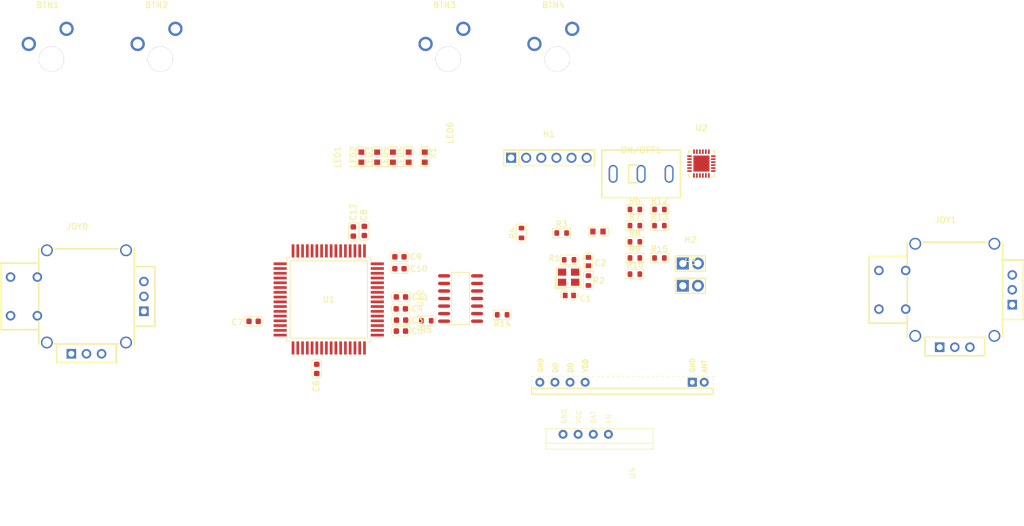
<source format=kicad_pcb>
(kicad_pcb (version 20241229) (generator "pcbnew") (generator_version "9.0")
  (layers (0 "F.Cu" signal) (4 "In1.Cu" signal) (6 "In2.Cu" signal) (2 "B.Cu" signal) (13 "F.Paste" user) (15 "B.Paste" user) (5 "F.SilkS" user "F.Silkscreen") (7 "B.SilkS" user "B.Silkscreen") (1 "F.Mask" user) (3 "B.Mask" user) (25 "Edge.Cuts" user))
  (net 0 "")
  (net 1 "GND")
  (net 2 "/EXTAL")
  (net 3 "Net-(C2-Pad1)")
  (net 5 "/BTN_0")
  (net 6 "/BTN_2")
  (net 7 "+3.3V")
  (net 9 "/BTN_3")
  (net 12 "/BTN_1")
  (net 13 "/JOY0_BTN")
  (net 16 "/JOY1_BTN")
  (net 18 "/XTAL")
  (net 23 "/ADC_JOY0_MT")
  (net 30 "/ADC_JOY1_MT")
  (net 36 "/ADC_JOY1_MD")
  (net 38 "/ADC_JOY0_MD")
  (net 39 "/SWD_DIO")
  (net 41 "/I2C1_SCL")
  (net 43 "/RESET_b")
  (net 44 "/SWD_CLK")
  (net 47 "/ENABLE")
  (net 56 "/I2C1_SDA")
  (net 60 "Net-(LED1-+)")
  (net 62 "Net-(LED2-+)")
  (net 65 "Net-(LED3-+)")
  (net 67 "Net-(LED4-+)")
  (net 68 "Net-(LED5-+)")
  (net 69 "Net-(LED6-+)")
  (net 71 "/ANT")
  (net 73 "VCC")
  (net 74 "Net-(U10-6Y)")
  (net 75 "Net-(U10-5Y)")
  (net 76 "Net-(U10-4Y)")
  (net 77 "Net-(U10-3Y)")
  (net 78 "Net-(U10-2Y)")
  (net 79 "Net-(U10-1Y)")
  (net 80 "/LD4")
  (net 81 "/LD2")
  (net 82 "/LD5")
  (net 83 "/LD3")
  (net 84 "/GYRO_SDA")
  (net 85 "/LD6")
  (net 86 "/GYRO_SCL")
  (net 87 "/LD1")
  (net 108 "/RF_OUT")
  (net 109 "/RF_IN")
  (footprint "PCM_Capacitor_SMD_AKL:C_0603_1608Metric" (layer "F.Cu") (at 149 73.25)
    (property "Reference" "C10" (at 3.25 0 0) (layer "F.SilkS"))
    (property "Value" "C_0603" (hide yes))
    (pad "1" smd roundrect (at -0.775 0) (size 0.9 0.95) (layers "F.Cu" "F.Mask" "F.Paste") (net 36 "/ADC_JOY1_MD"))
    (pad "2" smd roundrect (at 0.775 0) (size 0.9 0.95) (layers "F.Cu" "F.Mask" "F.Paste") (net 1 "GND"))
  )
  (footprint "PCM_Capacitor_SMD_AKL:C_0603_1608Metric" (layer "F.Cu") (at 149.275 81.9)
    (property "Reference" "C3" (at 2.725 0 0) (layer "F.SilkS"))
    (property "Value" "C_0603" (hide yes))
    (pad "1" smd roundrect (at -0.775 0) (size 0.9 0.95) (layers "F.Cu" "F.Mask" "F.Paste") (net 6 "/BTN_2"))
    (pad "2" smd roundrect (at 0.775 0) (size 0.9 0.95) (layers "F.Cu" "F.Mask" "F.Paste") (net 1 "GND"))
  )
  (footprint "EasyEDA:SW-TH_CPG151101D9X" (layer "F.Cu") (at 156.56 34.185)
    (property "Reference" "BTN3" (at 0 -5.27 0) (layer "F.SilkS"))
    (property "Value" "CPG151101D01")
    (pad "" thru_hole circle (at 0.63 3.81) (size 4.2 4.2) (drill 4.2) (layers "*.Cu" "*.Mask"))
    (pad "1" thru_hole circle (at -3.17 1.27) (size 2.4 2.4) (drill 1.599997) (layers "*.Cu" "*.Mask") (net 9 "/BTN_3"))
    (pad "2" thru_hole circle (at 3.17 -1.27) (size 2.4 2.4) (drill 1.599997) (layers "*.Cu" "*.Mask") (net 1 "GND"))
  )
  (footprint "EasyEDA:JOYTICK-TH_YF16S-FL7.2-B5KB-45-10-Y_1" (layer "F.Cu") (at 94.865 78.86)
    (property "Reference" "JOY0" (at 0 -12.7 0) (layer "F.SilkS"))
    (property "Value" "YF16S-FL7.2-B5KB(45-10)-Y")
    (pad "1" thru_hole rect (at -0.99 8.7) (size 1.6 1.6) (drill 0.999998) (layers "*.Cu" "*.Mask") (net 1 "GND"))
    (pad "2" thru_hole circle (at 1.55 8.7) (size 1.6 1.6) (drill 0.999998) (layers "*.Cu" "*.Mask") (net 38 "/ADC_JOY0_MD"))
    (pad "3" thru_hole circle (at 4.09 8.7) (size 1.6 1.6) (drill 0.999998) (layers "*.Cu" "*.Mask") (net 7 "+3.3V"))
    (pad "4" thru_hole rect (at 11.2 1.55) (size 1.6 1.6) (drill 0.999998) (layers "*.Cu" "*.Mask") (net 1 "GND"))
    (pad "5" thru_hole circle (at 11.2 -0.95) (size 1.6 1.6) (drill 0.999998) (layers "*.Cu" "*.Mask") (net 23 "/ADC_JOY0_MT"))
    (pad "6" thru_hole circle (at 11.2 -3.45) (size 1.6 1.6) (drill 0.999998) (layers "*.Cu" "*.Mask") (net 7 "+3.3V"))
    (pad "7" thru_hole circle (at -11.2 -4.2) (size 1.6 1.6) (drill 0.999998) (layers "*.Cu" "*.Mask") (net 13 "/JOY0_BTN"))
    (pad "7" thru_hole circle (at -11.2 2.3) (size 1.6 1.6) (drill 0.999998) (layers "*.Cu" "*.Mask") (net 13 "/JOY0_BTN"))
    (pad "8" thru_hole circle (at -6.7 -4.2) (size 1.6 1.6) (drill 0.999998) (layers "*.Cu" "*.Mask") (net 1 "GND"))
    (pad "8" thru_hole circle (at -6.7 2.3) (size 1.6 1.6) (drill 0.999998) (layers "*.Cu" "*.Mask") (net 1 "GND"))
    (pad "9" thru_hole circle (at -5.1 -8.7) (size 2 2) (drill 1.500022) (layers "*.Cu" "*.Mask"))
    (pad "10" thru_hole circle (at 8.2 -8.7) (size 2 2) (drill 1.500022) (layers "*.Cu" "*.Mask"))
    (pad "11" thru_hole circle (at 8.2 6.8) (size 2 2) (drill 1.500022) (layers "*.Cu" "*.Mask"))
    (pad "12" thru_hole circle (at -5.1 6.8) (size 2 2) (drill 1.500022) (layers "*.Cu" "*.Mask"))
  )
  (footprint "EasyEDA:C0603" (layer "F.Cu") (at 177.55 77.75)
    (property "Reference" "C1" (at 2.7 0.55 0) (layer "F.SilkS"))
    (property "Value" "CL10C120JB8NNNC" (hide yes))
    (pad "1" smd rect (at -0.7 0) (size 0.8 0.9) (layers "F.Cu" "F.Mask" "F.Paste") (net 2 "/EXTAL"))
    (pad "2" smd rect (at 0.7 0) (size 0.8 0.9) (layers "F.Cu" "F.Mask" "F.Paste") (net 1 "GND"))
  )
  (footprint "EasyEDA:HDR-TH_2P-P2.54-V-M" (layer "F.Cu") (at 197.875 76.115)
    (property "Reference" "H3" (at 0 -4 0) (layer "F.SilkS"))
    (property "Value" "PWR")
    (pad "1" thru_hole rect (at -1.27 0) (size 2 2) (drill 1.199998) (layers "*.Cu" "*.Mask") (net 73 "VCC"))
    (pad "2" thru_hole circle (at 1.27 0) (size 2 2) (drill 1.199998) (layers "*.Cu" "*.Mask") (net 1 "GND"))
  )
  (footprint "EasyEDA:HDR-TH_6P-P2.54-V-M" (layer "F.Cu") (at 174.1 54.6)
    (property "Reference" "H1" (at 0 -4 0) (layer "F.SilkS"))
    (property "Value" "PROGRAMER")
    (pad "1" thru_hole rect (at -6.35 0) (size 1.7 1.7) (drill 1.100023) (layers "*.Cu" "*.Mask") (net 44 "/SWD_CLK"))
    (pad "2" thru_hole circle (at -3.81 0) (size 1.7 1.7) (drill 1.100023) (layers "*.Cu" "*.Mask") (net 39 "/SWD_DIO"))
    (pad "3" thru_hole circle (at -1.27 0) (size 1.7 1.7) (drill 1.100023) (layers "*.Cu" "*.Mask") (net 43 "/RESET_b"))
    (pad "4" thru_hole circle (at 1.27 0) (size 1.7 1.7) (drill 1.100023) (layers "*.Cu" "*.Mask") (net 7 "+3.3V"))
    (pad "5" thru_hole circle (at 3.81 0) (size 1.7 1.7) (drill 1.100023) (layers "*.Cu" "*.Mask") (net 1 "GND"))
    (pad "6" thru_hole circle (at 6.35 0) (size 1.7 1.7) (drill 1.100023) (layers "*.Cu" "*.Mask"))
  )
  (footprint "PCM_Capacitor_SMD_AKL:C_0603_1608Metric" (layer "F.Cu") (at 149.225 80)
    (property "Reference" "C4" (at 2.775 0 0) (layer "F.SilkS"))
    (property "Value" "C_0603" (hide yes))
    (pad "1" smd roundrect (at -0.775 0) (size 0.9 0.95) (layers "F.Cu" "F.Mask" "F.Paste") (net 5 "/BTN_0"))
    (pad "2" smd roundrect (at 0.775 0) (size 0.9 0.95) (layers "F.Cu" "F.Mask" "F.Paste") (net 1 "GND"))
  )
  (footprint "PCM_Resistor_SMD_AKL:R_0603_1608Metric" (layer "F.Cu") (at 188.555 74.165)
    (property "Reference" "R10" (at 0 -1.5 0) (layer "F.SilkS"))
    (property "Value" "R_0603" (hide yes))
    (pad "1" smd roundrect (at -0.825 0) (size 0.8 0.95) (layers "F.Cu" "F.Mask" "F.Paste") (net 7 "+3.3V"))
    (pad "2" smd roundrect (at 0.825 0) (size 0.8 0.95) (layers "F.Cu" "F.Mask" "F.Paste") (net 16 "/JOY1_BTN"))
  )
  (footprint "PCM_Resistor_SMD_AKL:R_0603_1608Metric" (layer "F.Cu") (at 153.5 82 180)
    (property "Reference" "R5" (at 0 -1.5 0) (layer "F.SilkS"))
    (property "Value" "R_0603" (hide yes))
    (pad "1" smd roundrect (at -0.825 0 180) (size 0.8 0.95) (layers "F.Cu" "F.Mask" "F.Paste") (net 7 "+3.3V"))
    (pad "2" smd roundrect (at 0.825 0 180) (size 0.8 0.95) (layers "F.Cu" "F.Mask" "F.Paste") (net 6 "/BTN_2"))
  )
  (footprint "PCM_Capacitor_SMD_AKL:C_0603_1608Metric" (layer "F.Cu") (at 149.25 83.75)
    (property "Reference" "C5" (at 2.75 0 0) (layer "F.SilkS"))
    (property "Value" "C_0603" (hide yes))
    (pad "1" smd roundrect (at -0.775 0) (size 0.9 0.95) (layers "F.Cu" "F.Mask" "F.Paste") (net 9 "/BTN_3"))
    (pad "2" smd roundrect (at 0.775 0) (size 0.9 0.95) (layers "F.Cu" "F.Mask" "F.Paste") (net 1 "GND"))
  )
  (footprint "PCM_Resistor_SMD_AKL:R_0603_1608Metric" (layer "F.Cu") (at 176.25 67.25)
    (property "Reference" "R3" (at 0 -1.5 0) (layer "F.SilkS"))
    (property "Value" "R_0603" (hide yes))
    (pad "1" smd roundrect (at -0.825 0) (size 0.8 0.95) (layers "F.Cu" "F.Mask" "F.Paste") (net 60 "Net-(LED1-+)"))
    (pad "2" smd roundrect (at 0.825 0) (size 0.8 0.95) (layers "F.Cu" "F.Mask" "F.Paste") (net 74 "Net-(U10-6Y)"))
  )
  (footprint "EasyEDA:C0603" (layer "F.Cu") (at 180.75 72.05 90)
    (property "Reference" "C2" (at -0.25 2 180) (layer "F.SilkS"))
    (property "Value" "CL10C120JB8NNNC" (hide yes))
    (pad "1" smd rect (at -0.7 0 90) (size 0.8 0.9) (layers "F.Cu" "F.Mask" "F.Paste") (net 3 "Net-(C2-Pad1)"))
    (pad "2" smd rect (at 0.7 0 90) (size 0.8 0.9) (layers "F.Cu" "F.Mask" "F.Paste") (net 1 "GND"))
  )
  (footprint "PCM_Capacitor_SMD_AKL:C_0603_1608Metric" (layer "F.Cu") (at 149 71.25)
    (property "Reference" "C9" (at 2.75 0 0) (layer "F.SilkS"))
    (property "Value" "C_0603" (hide yes))
    (pad "1" smd roundrect (at -0.775 0) (size 0.9 0.95) (layers "F.Cu" "F.Mask" "F.Paste") (net 30 "/ADC_JOY1_MT"))
    (pad "2" smd roundrect (at 0.775 0) (size 0.9 0.95) (layers "F.Cu" "F.Mask" "F.Paste") (net 1 "GND"))
  )
  (footprint "PCM_Capacitor_SMD_AKL:C_0603_1608Metric" (layer "F.Cu") (at 135.1 90.1 -90)
    (property "Reference" "C6" (at 2.9 0.1 90) (layer "F.SilkS"))
    (property "Value" "C_0603" (hide yes))
    (pad "1" smd roundrect (at -0.775 0 270) (size 0.9 0.95) (layers "F.Cu" "F.Mask" "F.Paste") (net 13 "/JOY0_BTN"))
    (pad "2" smd roundrect (at 0.775 0 270) (size 0.9 0.95) (layers "F.Cu" "F.Mask" "F.Paste") (net 1 "GND"))
  )
  (footprint "LOCAL_LIB:rf_433mhz_receiver" (layer "F.Cu") (at 186.45 94.35 90)
    (property "Reference" "U3" (hide yes))
    (property "Value" "433 MHz RF RECEIVER" (hide yes))
    (fp_text user "GND" (at 3.5 12.25 90) (layer "F.SilkS") (effects (font (size 0.8 0.8) (thickness 0.2) (bold yes)) (justify left bottom)))
    (fp_text user "DO" (at 3.5 -10.75 90) (layer "F.SilkS") (effects (font (size 0.8 0.8) (thickness 0.2) (bold yes)) (justify left bottom)))
    (fp_text user "VDD" (at 3.5 -5.75 90) (layer "F.SilkS") (effects (font (size 0.8 0.8) (thickness 0.2) (bold yes)) (justify left bottom)))
    (fp_text user "ANT" (at 3.5 14.25 90) (layer "F.SilkS") (effects (font (size 0.8 0.8) (thickness 0.2) (bold yes)) (justify left bottom)))
    (fp_text user "DO" (at 3.5 -8.25 90) (layer "F.SilkS") (effects (font (size 0.8 0.8) (thickness 0.2) (bold yes)) (justify left bottom)))
    (fp_text user "GND" (at 3.5 -13.25 90) (layer "F.SilkS") (effects (font (size 0.8 0.8) (thickness 0.2) (bold yes)) (justify left bottom)))
    (pad "1" thru_hole circle (at 2 13.75 90) (size 1.5 1.5) (drill 0.8) (layers "*.Cu" "*.Mask") (net 71 "/ANT"))
    (pad "2" thru_hole rect (at 2 11.75 90) (size 1.5 1.5) (drill 0.8) (layers "*.Cu" "*.Mask") (net 1 "GND"))
    (pad "3" thru_hole circle (at 2 -6.25 90) (size 1.5 1.5) (drill 0.8) (layers "*.Cu" "*.Mask") (net 7 "+3.3V"))
    (pad "4" thru_hole circle (at 2 -8.79 90) (size 1.5 1.5) (drill 0.8) (layers "*.Cu" "*.Mask") (net 109 "/RF_IN"))
    (pad "5" thru_hole circle (at 2 -11.33 90) (size 1.5 1.5) (drill 0.8) (layers "*.Cu" "*.Mask"))
    (pad "6" thru_hole circle (at 2 -13.87 90) (size 1.5 1.5) (drill 0.8) (layers "*.Cu" "*.Mask") (net 1 "GND"))
  )
  (footprint "PCM_Capacitor_SMD_AKL:C_0603_1608Metric" (layer "F.Cu") (at 143.1 66.9 90)
    (property "Reference" "C8" (at 2.65 -0.1 90) (layer "F.SilkS"))
    (property "Value" "C_0603" (hide yes))
    (pad "1" smd roundrect (at -0.775 0 90) (size 0.9 0.95) (layers "F.Cu" "F.Mask" "F.Paste") (net 23 "/ADC_JOY0_MT"))
    (pad "2" smd roundrect (at 0.775 0 90) (size 0.9 0.95) (layers "F.Cu" "F.Mask" "F.Paste") (net 1 "GND"))
  )
  (footprint "PCM_Capacitor_SMD_AKL:C_0603_1608Metric" (layer "F.Cu") (at 141.25 67 90)
    (property "Reference" "C12" (at 3.25 0 90) (layer "F.SilkS"))
    (property "Value" "C_0603" (hide yes))
    (pad "1" smd roundrect (at -0.775 0 90) (size 0.9 0.95) (layers "F.Cu" "F.Mask" "F.Paste") (net 38 "/ADC_JOY0_MD"))
    (pad "2" smd roundrect (at 0.775 0 90) (size 0.9 0.95) (layers "F.Cu" "F.Mask" "F.Paste") (net 1 "GND"))
  )
  (footprint "EasyEDA:SW-TH_3P-L13.1-W8.0-P4.70_MT-0-102-F001-T000-RS" (layer "F.Cu") (at 189.6 57.3)
    (property "Reference" "ON/OFF1" (at 0 -4 0) (layer "F.SilkS"))
    (property "Value" "MT-0-123-D001-D000-LF" (hide yes))
    (pad "1" thru_hole oval (at -4.7 0) (size 1.5 3) (drill oval 0.999998 2.499995) (layers "*.Cu" "*.Mask") (net 7 "+3.3V"))
    (pad "2" thru_hole oval (at 0 0) (size 1.5 3) (drill oval 0.999998 2.499995) (layers "*.Cu" "*.Mask") (net 73 "VCC"))
    (pad "3" thru_hole oval (at 4.7 0) (size 1.5 3) (drill oval 0.999998 2.499995) (layers "*.Cu" "*.Mask"))
  )
  (footprint "EasyEDA:JOYTICK-TH_YF16S-FL7.2-B5KB-45-10-Y_1" (layer "F.Cu") (at 240.75 77.75)
    (property "Reference" "JOY1" (at 0 -12.7 0) (layer "F.SilkS"))
    (property "Value" "YF16S-FL7.2-B5KB(45-10)-Y")
    (pad "1" thru_hole rect (at -0.99 8.7) (size 1.6 1.6) (drill 0.999998) (layers "*.Cu" "*.Mask") (net 1 "GND"))
    (pad "2" thru_hole circle (at 1.55 8.7) (size 1.6 1.6) (drill 0.999998) (layers "*.Cu" "*.Mask") (net 36 "/ADC_JOY1_MD"))
    (pad "3" thru_hole circle (at 4.09 8.7) (size 1.6 1.6) (drill 0.999998) (layers "*.Cu" "*.Mask") (net 7 "+3.3V"))
    (pad "4" thru_hole rect (at 11.2 1.55) (size 1.6 1.6) (drill 0.999998) (layers "*.Cu" "*.Mask") (net 1 "GND"))
    (pad "5" thru_hole circle (at 11.2 -0.95) (size 1.6 1.6) (drill 0.999998) (layers "*.Cu" "*.Mask") (net 30 "/ADC_JOY1_MT"))
    (pad "6" thru_hole circle (at 11.2 -3.45) (size 1.6 1.6) (drill 0.999998) (layers "*.Cu" "*.Mask") (net 7 "+3.3V"))
    (pad "7" thru_hole circle (at -11.2 -4.2) (size 1.6 1.6) (drill 0.999998) (layers "*.Cu" "*.Mask") (net 16 "/JOY1_BTN"))
    (pad "7" thru_hole circle (at -11.2 2.3) (size 1.6 1.6) (drill 0.999998) (layers "*.Cu" "*.Mask") (net 16 "/JOY1_BTN"))
    (pad "8" thru_hole circle (at -6.7 -4.2) (size 1.6 1.6) (drill 0.999998) (layers "*.Cu" "*.Mask") (net 1 "GND"))
    (pad "8" thru_hole circle (at -6.7 2.3) (size 1.6 1.6) (drill 0.999998) (layers "*.Cu" "*.Mask") (net 1 "GND"))
    (pad "9" thru_hole circle (at -5.1 -8.7) (size 2 2) (drill 1.500022) (layers "*.Cu" "*.Mask"))
    (pad "10" thru_hole circle (at 8.2 -8.7) (size 2 2) (drill 1.500022) (layers "*.Cu" "*.Mask"))
    (pad "11" thru_hole circle (at 8.2 6.8) (size 2 2) (drill 1.500022) (layers "*.Cu" "*.Mask"))
    (pad "12" thru_hole circle (at -5.1 6.8) (size 2 2) (drill 1.500022) (layers "*.Cu" "*.Mask"))
  )
  (footprint "EasyEDA:HDR-TH_2P-P2.54-V-M" (layer "F.Cu") (at 197.875 72.375)
    (property "Reference" "H2" (at 0 -4 0) (layer "F.SilkS"))
    (property "Value" "I2C_AUX")
    (pad "1" thru_hole rect (at -1.27 0) (size 2 2) (drill 1.199998) (layers "*.Cu" "*.Mask") (net 56 "/I2C1_SDA"))
    (pad "2" thru_hole circle (at 1.27 0) (size 2 2) (drill 1.199998) (layers "*.Cu" "*.Mask") (net 41 "/I2C1_SCL"))
  )
  (footprint "EasyEDA:LED0603-FD" (layer "F.Cu") (at 153.25 54.5 90)
    (property "Reference" "LED5" (at 0 -4 90) (layer "F.SilkS"))
    (property "Value" "YLED0603R" (hide yes))
    (pad "1" smd rect (at -0.85 0) (size 1 0.9) (layers "F.Cu" "F.Mask" "F.Paste") (net 68 "Net-(LED5-+)"))
    (pad "2" smd rect (at 0.85 0) (size 1 0.9) (layers "F.Cu" "F.Mask" "F.Paste") (net 1 "GND"))
  )
  (footprint "PCM_Resistor_SMD_AKL:R_0603_1608Metric" (layer "F.Cu") (at 192.675 66.005)
    (property "Reference" "R13" (at 0 -1.5 0) (layer "F.SilkS"))
    (property "Value" "R_0603" (hide yes))
    (pad "1" smd roundrect (at -0.825 0) (size 0.8 0.95) (layers "F.Cu" "F.Mask" "F.Paste") (net 68 "Net-(LED5-+)"))
    (pad "2" smd roundrect (at 0.825 0) (size 0.8 0.95) (layers "F.Cu" "F.Mask" "F.Paste") (net 78 "Net-(U10-2Y)"))
  )
  (footprint "PCM_Resistor_SMD_AKL:R_0603_1608Metric" (layer "F.Cu") (at 188.555 71.445)
    (property "Reference" "R9" (at 0 -1.5 0) (layer "F.SilkS"))
    (property "Value" "R_0603" (hide yes))
    (pad "1" smd roundrect (at -0.825 0) (size 0.8 0.95) (layers "F.Cu" "F.Mask" "F.Paste") (net 65 "Net-(LED3-+)"))
    (pad "2" smd roundrect (at 0.825 0) (size 0.8 0.95) (layers "F.Cu" "F.Mask" "F.Paste") (net 76 "Net-(U10-4Y)"))
  )
  (footprint "EasyEDA:LED0603-FD" (layer "F.Cu") (at 150.55 54.5 90)
    (property "Reference" "LED4" (at 0 -4 90) (layer "F.SilkS"))
    (property "Value" "YLED0603R" (hide yes))
    (pad "1" smd rect (at -0.85 0) (size 1 0.9) (layers "F.Cu" "F.Mask" "F.Paste") (net 67 "Net-(LED4-+)"))
    (pad "2" smd rect (at 0.85 0) (size 1 0.9) (layers "F.Cu" "F.Mask" "F.Paste") (net 1 "GND"))
  )
  (footprint "EasyEDA:SW-TH_CPG151101D9X" (layer "F.Cu") (at 174.85 34.185)
    (property "Reference" "BTN4" (at 0 -5.27 0) (layer "F.SilkS"))
    (property "Value" "CPG151101D01")
    (pad "" thru_hole circle (at 0.63 3.81) (size 4.2 4.2) (drill 4.2) (layers "*.Cu" "*.Mask"))
    (pad "1" thru_hole circle (at -3.17 1.27) (size 2.4 2.4) (drill 1.599997) (layers "*.Cu" "*.Mask") (net 12 "/BTN_1"))
    (pad "2" thru_hole circle (at 3.17 -1.27) (size 2.4 2.4) (drill 1.599997) (layers "*.Cu" "*.Mask") (net 1 "GND"))
  )
  (footprint "EasyEDA:CRYSTAL-SMD_4P-L3.2-W2.5-BL" (layer "F.Cu") (at 177.42 74.68)
    (property "Reference" "X1" (at -22.79 -20.89 90) (layer "F.SilkS"))
    (property "Value" "X32258MOB4SI" (hide yes))
    (pad "1" smd rect (at -1.1 0.85) (size 1.4 1.2) (layers "F.Cu" "F.Mask" "F.Paste") (net 2 "/EXTAL"))
    (pad "2" smd rect (at 1.1 0.85) (size 1.4 1.2) (layers "F.Cu" "F.Mask" "F.Paste") (net 1 "GND"))
    (pad "3" smd rect (at 1.1 -0.85) (size 1.4 1.2) (layers "F.Cu" "F.Mask" "F.Paste") (net 3 "Net-(C2-Pad1)"))
    (pad "4" smd rect (at -1.1 -0.85) (size 1.4 1.2) (layers "F.Cu" "F.Mask" "F.Paste") (net 1 "GND"))
  )
  (footprint "PCM_Resistor_SMD_AKL:R_0603_1608Metric" (layer "F.Cu") (at 192.675 71.445)
    (property "Reference" "R15" (at 0 -1.5 0) (layer "F.SilkS"))
    (property "Value" "R_0603" (hide yes))
    (pad "1" smd roundrect (at -0.825 0) (size 0.8 0.95) (layers "F.Cu" "F.Mask" "F.Paste") (net 7 "+3.3V"))
    (pad "2" smd roundrect (at 0.825 0) (size 0.8 0.95) (layers "F.Cu" "F.Mask" "F.Paste") (net 12 "/BTN_1"))
  )
  (footprint "PCM_Resistor_SMD_AKL:R_0603_1608Metric" (layer "F.Cu") (at 188.555 63.285)
    (property "Reference" "R6" (at 0 -1.5 0) (layer "F.SilkS"))
    (property "Value" "R_0603" (hide yes))
    (pad "1" smd roundrect (at -0.825 0) (size 0.8 0.95) (layers "F.Cu" "F.Mask" "F.Paste") (net 7 "+3.3V"))
    (pad "2" smd roundrect (at 0.825 0) (size 0.8 0.95) (layers "F.Cu" "F.Mask" "F.Paste") (net 5 "/BTN_0"))
  )
  (footprint "PCM_Resistor_SMD_AKL:R_0603_1608Metric" (layer "F.Cu") (at 180.75 75.25 -90)
    (property "Reference" "R2" (at 0 -1.75 180) (layer "F.SilkS"))
    (property "Value" "R_0603" (hide yes))
    (pad "1" smd roundrect (at -0.825 0 270) (size 0.8 0.95) (layers "F.Cu" "F.Mask" "F.Paste") (net 3 "Net-(C2-Pad1)"))
    (pad "2" smd roundrect (at 0.825 0 270) (size 0.8 0.95) (layers "F.Cu" "F.Mask" "F.Paste") (net 18 "/XTAL"))
  )
  (footprint "EasyEDA:SW-TH_CPG151101D9X" (layer "F.Cu") (at 108.19 34.185)
    (property "Reference" "BTN2" (at 0 -5.27 0) (layer "F.SilkS"))
    (property "Value" "CPG151101D01")
    (pad "" thru_hole circle (at 0.63 3.81) (size 4.2 4.2) (drill 4.2) (layers "*.Cu" "*.Mask"))
    (pad "1" thru_hole circle (at -3.17 1.27) (size 2.4 2.4) (drill 1.599997) (layers "*.Cu" "*.Mask") (net 6 "/BTN_2"))
    (pad "2" thru_hole circle (at 3.17 -1.27) (size 2.4 2.4) (drill 1.599997) (layers "*.Cu" "*.Mask") (net 1 "GND"))
  )
  (footprint "EasyEDA:QFP-64_L14.0-W14.0-P0.80-LS17.2-BL" (layer "F.Cu") (at 137.12 78.42)
    (property "Reference" "U1" (at 0 0 180) (layer "F.SilkS"))
    (property "Value" "MKE04Z128VQH4")
    (pad "1" smd rect (at -6 8.16 90) (size 2.2 0.45) (layers "F.Cu" "F.Mask" "F.Paste"))
    (pad "2" smd rect (at -5.2 8.16 90) (size 2.2 0.45) (layers "F.Cu" "F.Mask" "F.Paste"))
    (pad "3" smd rect (at -4.4 8.16 90) (size 2.2 0.45) (layers "F.Cu" "F.Mask" "F.Paste"))
    (pad "4" smd rect (at -3.6 8.16 90) (size 2.2 0.45) (layers "F.Cu" "F.Mask" "F.Paste"))
    (pad "5" smd rect (at -2.8 8.16 90) (size 2.2 0.45) (layers "F.Cu" "F.Mask" "F.Paste"))
    (pad "6" smd rect (at -2 8.16 90) (size 2.2 0.45) (layers "F.Cu" "F.Mask" "F.Paste") (net 13 "/JOY0_BTN"))
    (pad "7" smd rect (at -1.2 8.16 90) (size 2.2 0.45) (layers "F.Cu" "F.Mask" "F.Paste"))
    (pad "8" smd rect (at -0.4 8.16 90) (size 2.2 0.45) (layers "F.Cu" "F.Mask" "F.Paste") (net 7 "+3.3V"))
    (pad "9" smd rect (at 0.4 8.16 90) (size 2.2 0.45) (layers "F.Cu" "F.Mask" "F.Paste") (net 7 "+3.3V"))
    (pad "10" smd rect (at 1.2 8.16 90) (size 2.2 0.45) (layers "F.Cu" "F.Mask" "F.Paste") (net 1 "GND"))
    (pad "11" smd rect (at 2 8.16 90) (size 2.2 0.45) (layers "F.Cu" "F.Mask" "F.Paste") (net 2 "/EXTAL"))
    (pad "12" smd rect (at 2.8 8.16 90) (size 2.2 0.45) (layers "F.Cu" "F.Mask" "F.Paste") (net 18 "/XTAL"))
    (pad "13" smd rect (at 3.6 8.16 90) (size 2.2 0.45) (layers "F.Cu" "F.Mask" "F.Paste"))
    (pad "14" smd rect (at 4.4 8.16 90) (size 2.2 0.45) (layers "F.Cu" "F.Mask" "F.Paste") (net 109 "/RF_IN"))
    (pad "15" smd rect (at 5.2 8.16 90) (size 2.2 0.45) (layers "F.Cu" "F.Mask" "F.Paste") (net 108 "/RF_OUT"))
    (pad "16" smd rect (at 6 8.16 90) (size 2.2 0.45) (layers "F.Cu" "F.Mask" "F.Paste"))
    (pad "17" smd rect (at 8.16 6 90) (size 0.45 2.2) (layers "F.Cu" "F.Mask" "F.Paste"))
    (pad "18" smd rect (at 8.16 5.2 90) (size 0.45 2.2) (layers "F.Cu" "F.Mask" "F.Paste") (net 9 "/BTN_3"))
    (pad "19" smd rect (at 8.16 4.4 90) (size 0.45 2.2) (layers "F.Cu" "F.Mask" "F.Paste") (net 6 "/BTN_2"))
    (pad "20" smd rect (at 8.16 3.6 90) (size 0.45 2.2) (layers "F.Cu" "F.Mask" "F.Paste") (net 12 "/BTN_1"))
    (pad "21" smd rect (at 8.16 2.8 90) (size 0.45 2.2) (layers "F.Cu" "F.Mask" "F.Paste") (net 5 "/BTN_0"))
    (pad "22" smd rect (at 8.16 2 90) (size 0.45 2.2) (layers "F.Cu" "F.Mask" "F.Paste") (net 85 "/LD6"))
    (pad "23" smd rect (at 8.16 1.2 90) (size 0.45 2.2) (layers "F.Cu" "F.Mask" "F.Paste") (net 82 "/LD5"))
    (pad "24" smd rect (at 8.16 0.4 90) (size 0.45 2.2) (layers "F.Cu" "F.Mask" "F.Paste") (net 80 "/LD4"))
    (pad "25" smd rect (at 8.16 -0.4 90) (size 0.45 2.2) (layers "F.Cu" "F.Mask" "F.Paste"))
    (pad "26" smd rect (at 8.16 -1.2 90) (size 0.45 2.2) (layers "F.Cu" "F.Mask" "F.Paste"))
    (pad "27" smd rect (at 8.16 -2 90) (size 0.45 2.2) (layers "F.Cu" "F.Mask" "F.Paste"))
    (pad "28" smd rect (at 8.16 -2.8 90) (size 0.45 2.2) (layers "F.Cu" "F.Mask" "F.Paste"))
    (pad "29" smd rect (at 8.16 -3.6 90) (size 0.45 2.2) (layers "F.Cu" "F.Mask" "F.Paste"))
    (pad "30" smd rect (at 8.16 -4.4 90) (size 0.45 2.2) (layers "F.Cu" "F.Mask" "F.Paste"))
    (pad "31" smd rect (at 8.16 -5.2 90) (size 0.45 2.2) (layers "F.Cu" "F.Mask" "F.Paste") (net 36 "/ADC_JOY1_MD"))
    (pad "32" smd rect (at 8.16 -6 90) (size 0.45 2.2) (layers "F.Cu" "F.Mask" "F.Paste") (net 30 "/ADC_JOY1_MT"))
    (pad "33" smd rect (at 6 -8.16 90) (size 2.2 0.45) (layers "F.Cu" "F.Mask" "F.Paste") (net 23 "/ADC_JOY0_MT"))
    (pad "34" smd rect (at 5.2 -8.16 90) (size 2.2 0.45) (layers "F.Cu" "F.Mask" "F.Paste") (net 38 "/ADC_JOY0_MD"))
    (pad "35" smd rect (at 4.4 -8.16 90) (size 2.2 0.45) (layers "F.Cu" "F.Mask" "F.Paste"))
    (pad "36" smd rect (at 3.6 -8.16 90) (size 2.2 0.45) (layers "F.Cu" "F.Mask" "F.Paste"))
    (pad "37" smd rect (at 2.8 -8.16 90) (size 2.2 0.45) (layers "F.Cu" "F.Mask" "F.Paste"))
    (pad "38" smd rect (at 2 -8.16 90) (size 2.2 0.45) (layers "F.Cu" "F.Mask" "F.Paste"))
    (pad "39" smd rect (at 1.2 -8.16 90) (size 2.2 0.45) (layers "F.Cu" "F.Mask" "F.Paste"))
    (pad "40" smd rect (at 0.4 -8.16 90) (size 2.2 0.45) (layers "F.Cu" "F.Mask" "F.Paste"))
    (pad "41" smd rect (at -0.4 -8.16 90) (size 2.2 0.45) (layers "F.Cu" "F.Mask" "F.Paste"))
    (pad "42" smd rect (at -1.2 -8.16 90) (size 2.2 0.45) (layers "F.Cu" "F.Mask" "F.Paste"))
    (pad "43" smd rect (at -2 -8.16 90) (size 2.2 0.45) (layers "F.Cu" "F.Mask" "F.Paste"))
    (pad "44" smd rect (at -2.8 -8.16 90) (size 2.2 0.45) (layers "F.Cu" "F.Mask" "F.Paste") (net 83 "/LD3"))
    (pad "45" smd rect (at -3.6 -8.16 90) (size 2.2 0.45) (layers "F.Cu" "F.Mask" "F.Paste") (net 81 "/LD2"))
    (pad "46" smd rect (at -4.4 -8.16 90) (size 2.2 0.45) (layers "F.Cu" "F.Mask" "F.Paste") (net 87 "/LD1"))
    (pad "47" smd rect (at -5.2 -8.16 90) (size 2.2 0.45) (layers "F.Cu" "F.Mask" "F.Paste") (net 86 "/GYRO_SCL"))
    (pad "48" smd rect (at -6 -8.16 90) (size 2.2 0.45) (layers "F.Cu" "F.Mask" "F.Paste") (net 84 "/GYRO_SDA"))
    (pad "49" smd rect (at -8.16 -6 90) (size 0.45 2.2) (layers "F.Cu" "F.Mask" "F.Paste"))
    (pad "50" smd rect (at -8.16 -5.2 90) (size 0.45 2.2) (layers "F.Cu" "F.Mask" "F.Paste"))
    (pad "51" smd rect (at -8.16 -4.4 90) (size 0.45 2.2) (layers "F.Cu" "F.Mask" "F.Paste"))
    (pad "52" smd rect (at -8.16 -3.6 90) (size 0.45 2.2) (layers "F.Cu" "F.Mask" "F.Paste") (net 47 "/ENABLE"))
    (pad "53" smd rect (at -8.16 -2.8 90) (size 0.45 2.2) (layers "F.Cu" "F.Mask" "F.Paste"))
    (pad "54" smd rect (at -8.16 -2 90) (size 0.45 2.2) (layers "F.Cu" "F.Mask" "F.Paste"))
    (pad "55" smd rect (at -8.16 -1.2 90) (size 0.45 2.2) (layers "F.Cu" "F.Mask" "F.Paste"))
    (pad "56" smd rect (at -8.16 -0.4 90) (size 0.45 2.2) (layers "F.Cu" "F.Mask" "F.Paste"))
    (pad "57" smd rect (at -8.16 0.4 90) (size 0.45 2.2) (layers "F.Cu" "F.Mask" "F.Paste"))
    (pad "58" smd rect (at -8.16 1.2 90) (size 0.45 2.2) (layers "F.Cu" "F.Mask" "F.Paste"))
    (pad "59" smd rect (at -8.16 2 90) (size 0.45 2.2) (layers "F.Cu" "F.Mask" "F.Paste") (net 41 "/I2C1_SCL"))
    (pad "60" smd rect (at -8.16 2.8 90) (size 0.45 2.2) (layers "F.Cu" "F.Mask" "F.Paste") (net 56 "/I2C1_SDA"))
    (pad "61" smd rect (at -8.16 3.6 90) (size 0.45 2.2) (layers "F.Cu" "F.Mask" "F.Paste") (net 16 "/JOY1_BTN"))
    (pad "62" smd rect (at -8.16 4.4 90) (size 0.45 2.2) (layers "F.Cu" "F.Mask" "F.Paste") (net 44 "/SWD_CLK"))
    (pad "63" smd rect (at -8.16 5.2 90) (size 0.45 2.2) (layers "F.Cu" "F.Mask" "F.Paste") (net 43 "/RESET_b"))
    (pad "64" smd rect (at -8.16 6 90) (size 0.45 2.2) (layers "F.Cu" "F.Mask" "F.Paste") (net 39 "/SWD_DIO"))
  )
  (footprint "EasyEDA:SOIC-14_L8.7-W3.9-P1.27-LS6.0-BL" (layer "F.Cu") (at 159.27 78.27 90)
    (property "Reference" "U10" (at 0 -6.77 90) (layer "F.SilkS"))
    (property "Value" "74HC04")
    (pad "1" smd oval (at -3.81 2.77 90) (size 0.57 2.04) (layers "F.Cu" "F.Mask" "F.Paste") (net 87 "/LD1"))
    (pad "2" smd oval (at -2.54 2.77 90) (size 0.57 2.04) (layers "F.Cu" "F.Mask" "F.Paste") (net 79 "Net-(U10-1Y)"))
    (pad "3" smd oval (at -1.27 2.77 90) (size 0.57 2.04) (layers "F.Cu" "F.Mask" "F.Paste") (net 81 "/LD2"))
    (pad "4" smd oval (at 0 2.77 90) (size 0.57 2.04) (layers "F.Cu" "F.Mask" "F.Paste") (net 78 "Net-(U10-2Y)"))
    (pad "5" smd oval (at 1.27 2.77 90) (size 0.57 2.04) (layers "F.Cu" "F.Mask" "F.Paste") (net 83 "/LD3"))
    (pad "6" smd oval (at 2.54 2.77 90) (size 0.57 2.04) (layers "F.Cu" "F.Mask" "F.Paste") (net 77 "Net-(U10-3Y)"))
    (pad "7" smd oval (at 3.81 2.77 90) (size 0.57 2.04) (layers "F.Cu" "F.Mask" "F.Paste") (net 1 "GND"))
    (pad "8" smd oval (at 3.81 -2.77 90) (size 0.57 2.04) (layers "F.Cu" "F.Mask" "F.Paste") (net 76 "Net-(U10-4Y)"))
    (pad "9" smd oval (at 2.54 -2.77 90) (size 0.57 2.04) (layers "F.Cu" "F.Mask" "F.Paste") (net 80 "/LD4"))
    (pad "10" smd oval (at 1.27 -2.77 90) (size 0.57 2.04) (layers "F.Cu" "F.Mask" "F.Paste") (net 75 "Net-(U10-5Y)"))
    (pad "11" smd oval (at 0 -2.77 90) (size 0.57 2.04) (layers "F.Cu" "F.Mask" "F.Paste") (net 82 "/LD5"))
    (pad "12" smd oval (at -1.27 -2.77 90) (size 0.57 2.04) (layers "F.Cu" "F.Mask" "F.Paste") (net 74 "Net-(U10-6Y)"))
    (pad "13" smd oval (at -2.54 -2.77 90) (size 0.57 2.04) (layers "F.Cu" "F.Mask" "F.Paste") (net 85 "/LD6"))
    (pad "14" smd oval (at -3.81 -2.77 90) (size 0.57 2.04) (layers "F.Cu" "F.Mask" "F.Paste") (net 7 "+3.3V"))
  )
  (footprint "EasyEDA:LED0603-FD" (layer "F.Cu") (at 145.25 54.5 90)
    (property "Reference" "LED2" (at 0 -4 90) (layer "F.SilkS"))
    (property "Value" "YLED0603R" (hide yes))
    (pad "1" smd rect (at -0.85 0) (size 1 0.9) (layers "F.Cu" "F.Mask" "F.Paste") (net 62 "Net-(LED2-+)"))
    (pad "2" smd rect (at 0.85 0) (size 1 0.9) (layers "F.Cu" "F.Mask" "F.Paste") (net 1 "GND"))
  )
  (footprint "EasyEDA:LED0603-FD" (layer "F.Cu") (at 182.35 67)
    (property "Reference" "LED6" (at -24.86 -16.6 90) (layer "F.SilkS"))
    (property "Value" "YLED0603R" (hide yes))
    (pad "1" smd rect (at -0.85 0 270) (size 1 0.9) (layers "F.Cu" "F.Mask" "F.Paste") (net 69 "Net-(LED6-+)"))
    (pad "2" smd rect (at 0.85 0 270) (size 1 0.9) (layers "F.Cu" "F.Mask" "F.Paste") (net 1 "GND"))
  )
  (footprint "EasyEDA:QFN-24_L4.0-W4.0-P0.50-BL-EP2.7" (layer "F.Cu") (at 199.725 55.575)
    (property "Reference" "U2" (at 0 -6 0) (layer "F.SilkS"))
    (property "Value" "MPU-6050_C24112")
    (pad "1" smd oval (at -1.25 2) (size 0.28 0.8) (layers "F.Cu" "F.Mask" "F.Paste"))
    (pad "2" smd oval (at -0.75 2) (size 0.28 0.8) (layers "F.Cu" "F.Mask" "F.Paste"))
    (pad "3" smd oval (at -0.25 2) (size 0.28 0.8) (layers "F.Cu" "F.Mask" "F.Paste"))
    (pad "4" smd oval (at 0.25 2) (size 0.28 0.8) (layers "F.Cu" "F.Mask" "F.Paste"))
    (pad "5" smd oval (at 0.75 2) (size 0.28 0.8) (layers "F.Cu" "F.Mask" "F.Paste"))
    (pad "6" smd oval (at 1.25 2) (size 0.28 0.8) (layers "F.Cu" "F.Mask" "F.Paste"))
    (pad "7" smd oval (at 2 1.25) (size 0.8 0.28) (layers "F.Cu" "F.Mask" "F.Paste"))
    (pad "8" smd oval (at 2 0.75) (size 0.8 0.28) (layers "F.Cu" "F.Mask" "F.Paste") (net 7 "+3.3V"))
    (pad "9" smd oval (at 2 0.25) (size 0.8 0.28) (layers "F.Cu" "F.Mask" "F.Paste"))
    (pad "10" smd oval (at 2 -0.25) (size 0.8 0.28) (layers "F.Cu" "F.Mask" "F.Paste"))
    (pad "11" smd oval (at 2 -0.75) (size 0.8 0.28) (layers "F.Cu" "F.Mask" "F.Paste"))
    (pad "12" smd oval (at 2 -1.25) (size 0.8 0.28) (layers "F.Cu" "F.Mask" "F.Paste"))
    (pad "13" smd oval (at 1.25 -2) (size 0.28 0.8) (layers "F.Cu" "F.Mask" "F.Paste") (net 7 "+3.3V"))
    (pad "14" smd oval (at 0.75 -2) (size 0.28 0.8) (layers "F.Cu" "F.Mask" "F.Paste"))
    (pad "15" smd oval (at 0.25 -2) (size 0.28 0.8) (layers "F.Cu" "F.Mask" "F.Paste"))
    (pad "16" smd oval (at -0.25 -2) (size 0.28 0.8) (layers "F.Cu" "F.Mask" "F.Paste"))
    (pad "17" smd oval (at -0.75 -2) (size 0.28 0.8) (layers "F.Cu" "F.Mask" "F.Paste"))
    (pad "18" smd oval (at -1.24 -2) (size 0.28 0.8) (layers "F.Cu" "F.Mask" "F.Paste") (net 1 "GND"))
    (pad "19" smd oval (at -2 -1.25) (size 0.8 0.28) (layers "F.Cu" "F.Mask" "F.Paste"))
    (pad "20" smd oval (at -2 -0.75) (size 0.8 0.28) (layers "F.Cu" "F.Mask" "F.Paste"))
    (pad "21" smd oval (at -2 -0.25) (size 0.8 0.28) (layers "F.Cu" "F.Mask" "F.Paste"))
    (pad "22" smd oval (at -2 0.25) (size 0.8 0.28) (layers "F.Cu" "F.Mask" "F.Paste"))
    (pad "23" smd oval (at -2 0.75) (size 0.8 0.28) (layers "F.Cu" "F.Mask" "F.Paste") (net 86 "/GYRO_SCL"))
    (pad "24" smd oval (at -2 1.25) (size 0.8 0.28) (layers "F.Cu" "F.Mask" "F.Paste") (net 84 "/GYRO_SDA"))
    (pad "25" smd rect (at 0.01 0) (size 2.7 2.7) (layers "F.Cu" "F.Mask" "F.Paste"))
  )
  (footprint "PCM_Resistor_SMD_AKL:R_0603_1608Metric" (layer "F.Cu") (at 192.675 63.285)
    (property "Reference" "R12" (at 0 -1.5 0) (layer "F.SilkS"))
    (property "Value" "R_0603" (hide yes))
    (pad "1" smd roundrect (at -0.825 0) (size 0.8 0.95) (layers "F.Cu" "F.Mask" "F.Paste") (net 69 "Net-(LED6-+)"))
    (pad "2" smd roundrect (at 0.825 0) (size 0.8 0.95) (layers "F.Cu" "F.Mask" "F.Paste") (net 77 "Net-(U10-3Y)"))
  )
  (footprint "PCM_Resistor_SMD_AKL:R_0603_1608Metric" (layer "F.Cu") (at 188.555 66.005)
    (property "Reference" "R7" (at 0 -1.5 0) (layer "F.SilkS"))
    (property "Value" "R_0603" (hide yes))
    (pad "1" smd roundrect (at -0.825 0) (size 0.8 0.95) (layers "F.Cu" "F.Mask" "F.Paste") (net 7 "+3.3V"))
    (pad "2" smd roundrect (at 0.825 0) (size 0.8 0.95) (layers "F.Cu" "F.Mask" "F.Paste") (net 9 "/BTN_3"))
  )
  (footprint "PCM_Resistor_SMD_AKL:R_0603_1608Metric" (layer "F.Cu") (at 188.555 68.725)
    (property "Reference" "R8" (at 0 -1.5 0) (layer "F.SilkS"))
    (property "Value" "R_0603" (hide yes))
    (pad "1" smd roundrect (at -0.825 0) (size 0.8 0.95) (layers "F.Cu" "F.Mask" "F.Paste") (net 62 "Net-(LED2-+)"))
    (pad "2" smd roundrect (at 0.825 0) (size 0.8 0.95) (layers "F.Cu" "F.Mask" "F.Paste") (net 75 "Net-(U10-5Y)"))
  )
  (footprint "EasyEDA:SW-TH_CPG151101D9X" (layer "F.Cu") (at 89.9 34.185)
    (property "Reference" "BTN1" (at 0 -5.27 0) (layer "F.SilkS"))
    (property "Value" "CPG151101D01")
    (pad "" thru_hole circle (at 0.63 3.81) (size 4.2 4.2) (drill 4.2) (layers "*.Cu" "*.Mask"))
    (pad "1" thru_hole circle (at -3.17 1.27) (size 2.4 2.4) (drill 1.599997) (layers "*.Cu" "*.Mask") (net 5 "/BTN_0"))
    (pad "2" thru_hole circle (at 3.17 -1.27) (size 2.4 2.4) (drill 1.599997) (layers "*.Cu" "*.Mask") (net 1 "GND"))
  )
  (footprint "PCM_Resistor_SMD_AKL:R_0603_1608Metric" (layer "F.Cu") (at 166.25 81 180)
    (property "Reference" "R14" (at 0 -1.5 0) (layer "F.SilkS"))
    (property "Value" "R_0603" (hide yes))
    (pad "1" smd roundrect (at -0.825 0 180) (size 0.8 0.95) (layers "F.Cu" "F.Mask" "F.Paste") (net 67 "Net-(LED4-+)"))
    (pad "2" smd roundrect (at 0.825 0 180) (size 0.8 0.95) (layers "F.Cu" "F.Mask" "F.Paste") (net 79 "Net-(U10-1Y)"))
  )
  (footprint "EasyEDA:LED0603-FD" (layer "F.Cu") (at 147.9 54.5 90)
    (property "Reference" "LED3" (at 0 -4 90) (layer "F.SilkS"))
    (property "Value" "YLED0603R" (hide yes))
    (pad "1" smd rect (at -0.85 0) (size 1 0.9) (layers "F.Cu" "F.Mask" "F.Paste") (net 65 "Net-(LED3-+)"))
    (pad "2" smd rect (at 0.85 0) (size 1 0.9) (layers "F.Cu" "F.Mask" "F.Paste") (net 1 "GND"))
  )
  (footprint "PCM_Capacitor_SMD_AKL:C_0603_1608Metric" (layer "F.Cu") (at 124.5 82.1 180)
    (property "Reference" "C7" (at 2.75 -0.15 0) (layer "F.SilkS"))
    (property "Value" "C_0603" (hide yes))
    (pad "1" smd roundrect (at -0.775 0 180) (size 0.9 0.95) (layers "F.Cu" "F.Mask" "F.Paste") (net 16 "/JOY1_BTN"))
    (pad "2" smd roundrect (at 0.775 0 180) (size 0.9 0.95) (layers "F.Cu" "F.Mask" "F.Paste") (net 1 "GND"))
  )
  (footprint "PCM_Resistor_SMD_AKL:R_0603_1608Metric" (layer "F.Cu") (at 169.5 67.25 90)
    (property "Reference" "R4" (at 0 -1.5 90) (layer "F.SilkS"))
    (property "Value" "R_0603" (hide yes))
    (pad "1" smd roundrect (at -0.825 0 90) (size 0.8 0.95) (layers "F.Cu" "F.Mask" "F.Paste") (net 7 "+3.3V"))
    (pad "2" smd roundrect (at 0.825 0 90) (size 0.8 0.95) (layers "F.Cu" "F.Mask" "F.Paste") (net 13 "/JOY0_BTN"))
  )
  (footprint "EasyEDA:LED0603-FD" (layer "F.Cu") (at 142.6 54.5 90)
    (property "Reference" "LED1" (at 0 -4 90) (layer "F.SilkS"))
    (property "Value" "YLED0603R" (hide yes))
    (pad "1" smd rect (at -0.85 0) (size 1 0.9) (layers "F.Cu" "F.Mask" "F.Paste") (net 60 "Net-(LED1-+)"))
    (pad "2" smd rect (at 0.85 0) (size 1 0.9) (layers "F.Cu" "F.Mask" "F.Paste") (net 1 "GND"))
  )
  (footprint "LOCAL_LIB:RF_433MHz_transmisor" (layer "F.Cu") (at 192.1 111.85 90)
    (property "Reference" "U4" (at 4.25 -4 90) (layer "F.SilkS") (effects (font (thickness 0.1))))
    (property "Value" "433 MHz TRANSMITTER")
    (fp_text user "GND" (at 12.5 -15 90) (layer "F.SilkS") (effects (font (size 0.8 0.8) (thickness 0.1)) (justify left bottom)))
    (fp_text user "VCC" (at 12.5 -12.5 90) (layer "F.SilkS") (effects (font (size 0.8 0.8) (thickness 0.1)) (justify left bottom)))
    (fp_text user "DAT" (at 12.5 -10 90) (layer "F.SilkS") (effects (font (size 0.8 0.8) (thickness 0.1)) (justify left bottom)))
    (fp_text user "EN" (at 12.5 -7.5 90) (layer "F.SilkS") (effects (font (size 0.8 0.8) (thickness 0.1)) (justify left bottom)))
    (pad "1" thru_hole circle (at 10.75 -8 90) (size 1.5 1.5) (drill 0.8) (layers "*.Cu" "*.Mask") (net 108 "/RF_OUT"))
    (pad "2" thru_hole circle (at 10.75 -10.54 90) (size 1.5 1.5) (drill 0.8) (layers "*.Cu" "*.Mask") (net 47 "/ENABLE"))
    (pad "3" thru_hole circle (at 10.75 -13.08 90) (size 1.5 1.5) (drill 0.8) (layers "*.Cu" "*.Mask") (net 1 "GND"))
    (pad "4" thru_hole circle (at 10.75 -15.62 90) (size 1.5 1.5) (drill 0.8) (layers "*.Cu" "*.Mask") (net 7 "+3.3V"))
  )
  (footprint "PCM_Resistor_SMD_AKL:R_0603_1608Metric" (layer "F.Cu") (at 177.5 71.75)
    (property "Reference" "R1" (at -2.5 -0.25 0) (layer "F.SilkS"))
    (property "Value" "R_0603" (hide yes))
    (pad "1" smd roundrect (at -0.825 0) (size 0.8 0.95) (layers "F.Cu" "F.Mask" "F.Paste") (net 2 "/EXTAL"))
    (pad "2" smd roundrect (at 0.825 0) (size 0.8 0.95) (layers "F.Cu" "F.Mask" "F.Paste") (net 3 "Net-(C2-Pad1)"))
  )
  (footprint "PCM_Capacitor_SMD_AKL:C_0603_1608Metric" (layer "F.Cu") (at 149.25 78)
    (property "Reference" "C11" (at 3.25 0 0) (layer "F.SilkS"))
    (property "Value" "C_0603" (hide yes))
    (pad "1" smd roundrect (at -0.775 0) (size 0.9 0.95) (layers "F.Cu" "F.Mask" "F.Paste") (net 12 "/BTN_1"))
    (pad "2" smd roundrect (at 0.775 0) (size 0.9 0.95) (layers "F.Cu" "F.Mask" "F.Paste") (net 1 "GND"))
  )
)
</source>
